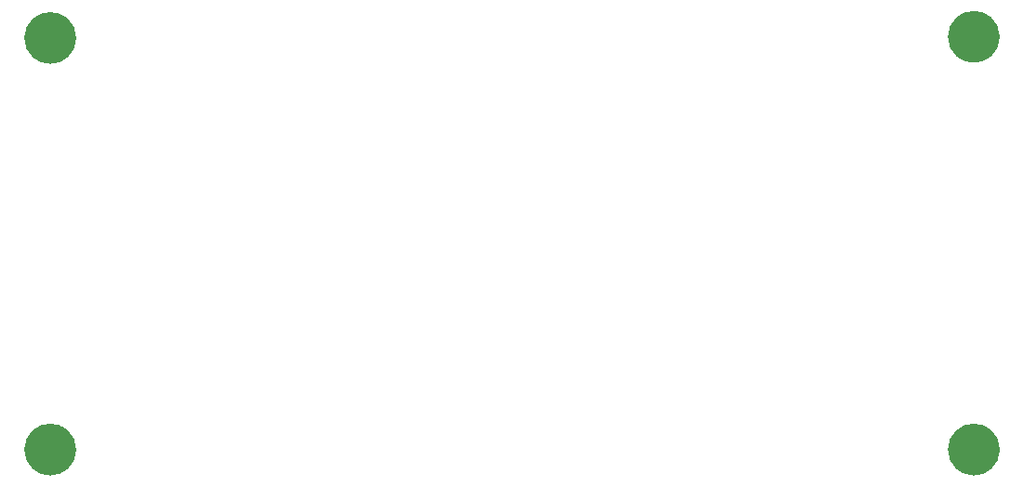
<source format=gbr>
%TF.GenerationSoftware,KiCad,Pcbnew,8.0.0*%
%TF.CreationDate,2024-09-24T20:53:31+02:00*%
%TF.ProjectId,imp_measure,696d705f-6d65-4617-9375-72652e6b6963,rev?*%
%TF.SameCoordinates,Original*%
%TF.FileFunction,Other,User*%
%FSLAX46Y46*%
G04 Gerber Fmt 4.6, Leading zero omitted, Abs format (unit mm)*
G04 Created by KiCad (PCBNEW 8.0.0) date 2024-09-24 20:53:31*
%MOMM*%
%LPD*%
G01*
G04 APERTURE LIST*
%ADD10C,2.352173*%
G04 APERTURE END LIST*
D10*
X185176086Y-97500000D02*
G75*
G02*
X182823914Y-97500000I-1176086J0D01*
G01*
X182823914Y-97500000D02*
G75*
G02*
X185176086Y-97500000I1176086J0D01*
G01*
X101176086Y-60000000D02*
G75*
G02*
X98823914Y-60000000I-1176086J0D01*
G01*
X98823914Y-60000000D02*
G75*
G02*
X101176086Y-60000000I1176086J0D01*
G01*
X185173914Y-59900000D02*
G75*
G02*
X182821742Y-59900000I-1176086J0D01*
G01*
X182821742Y-59900000D02*
G75*
G02*
X185173914Y-59900000I1176086J0D01*
G01*
X101176086Y-97500000D02*
G75*
G02*
X98823914Y-97500000I-1176086J0D01*
G01*
X98823914Y-97500000D02*
G75*
G02*
X101176086Y-97500000I1176086J0D01*
G01*
M02*

</source>
